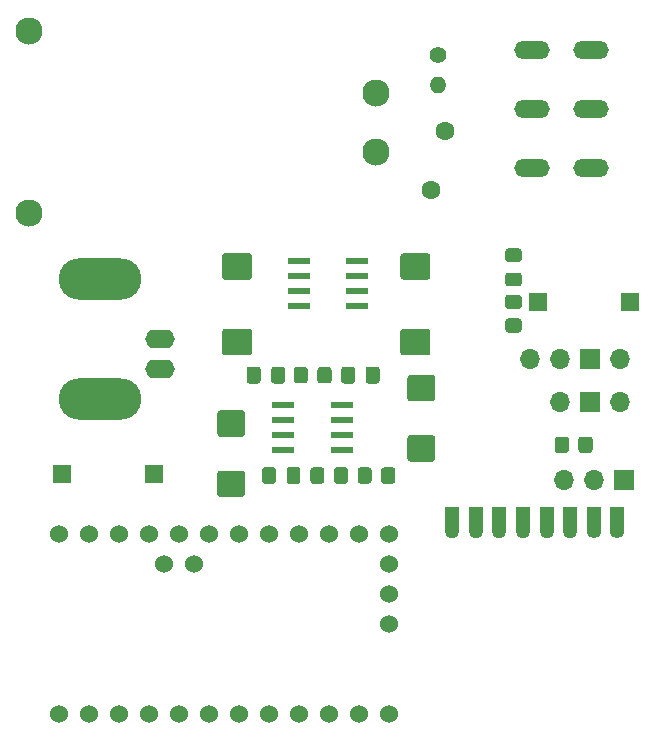
<source format=gbr>
%TF.GenerationSoftware,KiCad,Pcbnew,(5.1.9)-1*%
%TF.CreationDate,2021-04-25T03:29:38+02:00*%
%TF.ProjectId,HB-Uni-SEN-ORB,48422d55-6e69-42d5-9345-4e2d4f52422e,rev?*%
%TF.SameCoordinates,Original*%
%TF.FileFunction,Soldermask,Top*%
%TF.FilePolarity,Negative*%
%FSLAX46Y46*%
G04 Gerber Fmt 4.6, Leading zero omitted, Abs format (unit mm)*
G04 Created by KiCad (PCBNEW (5.1.9)-1) date 2021-04-25 03:29:38*
%MOMM*%
%LPD*%
G01*
G04 APERTURE LIST*
%ADD10O,1.700000X1.700000*%
%ADD11R,1.700000X1.700000*%
%ADD12R,1.500000X1.500000*%
%ADD13O,1.400000X1.400000*%
%ADD14C,1.400000*%
%ADD15C,1.600000*%
%ADD16C,1.524000*%
%ADD17O,1.270000X1.270000*%
%ADD18C,1.270000*%
%ADD19R,1.200000X2.000000*%
%ADD20R,1.970000X0.600000*%
%ADD21C,2.300000*%
%ADD22O,2.500000X1.600000*%
%ADD23O,7.000000X3.500000*%
%ADD24O,3.000000X1.500000*%
G04 APERTURE END LIST*
D10*
%TO.C,PH_SENS*%
X162330000Y-75400000D03*
D11*
X159790000Y-75400000D03*
D10*
X157250000Y-75400000D03*
%TD*%
D12*
%TO.C,Cal*%
X122900000Y-81500000D03*
X115100000Y-81500000D03*
%TD*%
D13*
%TO.C,R8*%
X146900000Y-48540000D03*
D14*
X146900000Y-46000000D03*
%TD*%
D15*
%TO.C,RV1*%
X147500000Y-52400000D03*
X146300000Y-57400000D03*
%TD*%
D12*
%TO.C,Config*%
X155400000Y-66900000D03*
X163200000Y-66900000D03*
%TD*%
D16*
%TO.C,U1*%
X114800000Y-101820000D03*
X117340000Y-101820000D03*
X119880000Y-101820000D03*
X122420000Y-101820000D03*
X124960000Y-101820000D03*
X127500000Y-101820000D03*
X130040000Y-101820000D03*
X132580000Y-101820000D03*
X135120000Y-101820000D03*
X137660000Y-101820000D03*
X140200000Y-101820000D03*
X142740000Y-101820000D03*
X142740000Y-86580000D03*
X140200000Y-86580000D03*
X137660000Y-86580000D03*
X135120000Y-86580000D03*
X132580000Y-86580000D03*
X130040000Y-86580000D03*
X127500000Y-86580000D03*
X124960000Y-86580000D03*
X122420000Y-86580000D03*
X119880000Y-86580000D03*
X117340000Y-86580000D03*
X114800000Y-86580000D03*
X126230000Y-89120000D03*
X123690000Y-89120000D03*
X142740000Y-89120000D03*
X142740000Y-91660000D03*
X142740000Y-94200000D03*
%TD*%
D17*
%TO.C,U2*%
X162100000Y-86300000D03*
X160100000Y-86300000D03*
D18*
X158100000Y-86300000D03*
X156100000Y-86300000D03*
X154100000Y-86300000D03*
X152100000Y-86300000D03*
X150100000Y-86300000D03*
X148100000Y-86300000D03*
D19*
X162100000Y-85300000D03*
X160100000Y-85300000D03*
X158100000Y-85300000D03*
X156100000Y-85300000D03*
X154100000Y-85300000D03*
X152100000Y-85300000D03*
X150100000Y-85300000D03*
X148100000Y-85300000D03*
%TD*%
D10*
%TO.C,LCD*%
X154680000Y-71700000D03*
X157220000Y-71700000D03*
D11*
X159760000Y-71700000D03*
D10*
X162300000Y-71700000D03*
%TD*%
D11*
%TO.C,DS18B20*%
X162700000Y-82000000D03*
D10*
X160160000Y-82000000D03*
X157620000Y-82000000D03*
%TD*%
%TO.C,R7*%
G36*
G01*
X158000000Y-78549999D02*
X158000000Y-79450001D01*
G75*
G02*
X157750001Y-79700000I-249999J0D01*
G01*
X157049999Y-79700000D01*
G75*
G02*
X156800000Y-79450001I0J249999D01*
G01*
X156800000Y-78549999D01*
G75*
G02*
X157049999Y-78300000I249999J0D01*
G01*
X157750001Y-78300000D01*
G75*
G02*
X158000000Y-78549999I0J-249999D01*
G01*
G37*
G36*
G01*
X160000000Y-78549999D02*
X160000000Y-79450001D01*
G75*
G02*
X159750001Y-79700000I-249999J0D01*
G01*
X159049999Y-79700000D01*
G75*
G02*
X158800000Y-79450001I0J249999D01*
G01*
X158800000Y-78549999D01*
G75*
G02*
X159049999Y-78300000I249999J0D01*
G01*
X159750001Y-78300000D01*
G75*
G02*
X160000000Y-78549999I0J-249999D01*
G01*
G37*
%TD*%
D20*
%TO.C,U3*%
X135130000Y-63395000D03*
X135130000Y-64665000D03*
X135130000Y-65935000D03*
X135130000Y-67205000D03*
X140070000Y-67205000D03*
X140070000Y-65935000D03*
X140070000Y-64665000D03*
X140070000Y-63395000D03*
%TD*%
%TO.C,C5*%
G36*
G01*
X144574999Y-78175000D02*
X146425001Y-78175000D01*
G75*
G02*
X146675000Y-78424999I0J-249999D01*
G01*
X146675000Y-80175001D01*
G75*
G02*
X146425001Y-80425000I-249999J0D01*
G01*
X144574999Y-80425000D01*
G75*
G02*
X144325000Y-80175001I0J249999D01*
G01*
X144325000Y-78424999D01*
G75*
G02*
X144574999Y-78175000I249999J0D01*
G01*
G37*
G36*
G01*
X144574999Y-73075000D02*
X146425001Y-73075000D01*
G75*
G02*
X146675000Y-73324999I0J-249999D01*
G01*
X146675000Y-75075001D01*
G75*
G02*
X146425001Y-75325000I-249999J0D01*
G01*
X144574999Y-75325000D01*
G75*
G02*
X144325000Y-75075001I0J249999D01*
G01*
X144325000Y-73324999D01*
G75*
G02*
X144574999Y-73075000I249999J0D01*
G01*
G37*
%TD*%
%TO.C,C7*%
G36*
G01*
X128474999Y-81175000D02*
X130325001Y-81175000D01*
G75*
G02*
X130575000Y-81424999I0J-249999D01*
G01*
X130575000Y-83175001D01*
G75*
G02*
X130325001Y-83425000I-249999J0D01*
G01*
X128474999Y-83425000D01*
G75*
G02*
X128225000Y-83175001I0J249999D01*
G01*
X128225000Y-81424999D01*
G75*
G02*
X128474999Y-81175000I249999J0D01*
G01*
G37*
G36*
G01*
X128474999Y-76075000D02*
X130325001Y-76075000D01*
G75*
G02*
X130575000Y-76324999I0J-249999D01*
G01*
X130575000Y-78075001D01*
G75*
G02*
X130325001Y-78325000I-249999J0D01*
G01*
X128474999Y-78325000D01*
G75*
G02*
X128225000Y-78075001I0J249999D01*
G01*
X128225000Y-76324999D01*
G75*
G02*
X128474999Y-76075000I249999J0D01*
G01*
G37*
%TD*%
%TO.C,C1*%
G36*
G01*
X128874999Y-69175000D02*
X130925001Y-69175000D01*
G75*
G02*
X131175000Y-69424999I0J-249999D01*
G01*
X131175000Y-71175001D01*
G75*
G02*
X130925001Y-71425000I-249999J0D01*
G01*
X128874999Y-71425000D01*
G75*
G02*
X128625000Y-71175001I0J249999D01*
G01*
X128625000Y-69424999D01*
G75*
G02*
X128874999Y-69175000I249999J0D01*
G01*
G37*
G36*
G01*
X128874999Y-62775000D02*
X130925001Y-62775000D01*
G75*
G02*
X131175000Y-63024999I0J-249999D01*
G01*
X131175000Y-64775001D01*
G75*
G02*
X130925001Y-65025000I-249999J0D01*
G01*
X128874999Y-65025000D01*
G75*
G02*
X128625000Y-64775001I0J249999D01*
G01*
X128625000Y-63024999D01*
G75*
G02*
X128874999Y-62775000I249999J0D01*
G01*
G37*
%TD*%
%TO.C,C2*%
G36*
G01*
X143974999Y-69175000D02*
X146025001Y-69175000D01*
G75*
G02*
X146275000Y-69424999I0J-249999D01*
G01*
X146275000Y-71175001D01*
G75*
G02*
X146025001Y-71425000I-249999J0D01*
G01*
X143974999Y-71425000D01*
G75*
G02*
X143725000Y-71175001I0J249999D01*
G01*
X143725000Y-69424999D01*
G75*
G02*
X143974999Y-69175000I249999J0D01*
G01*
G37*
G36*
G01*
X143974999Y-62775000D02*
X146025001Y-62775000D01*
G75*
G02*
X146275000Y-63024999I0J-249999D01*
G01*
X146275000Y-64775001D01*
G75*
G02*
X146025001Y-65025000I-249999J0D01*
G01*
X143974999Y-65025000D01*
G75*
G02*
X143725000Y-64775001I0J249999D01*
G01*
X143725000Y-63024999D01*
G75*
G02*
X143974999Y-62775000I249999J0D01*
G01*
G37*
%TD*%
%TO.C,U4*%
X133830000Y-75595000D03*
X133830000Y-76865000D03*
X133830000Y-78135000D03*
X133830000Y-79405000D03*
X138770000Y-79405000D03*
X138770000Y-78135000D03*
X138770000Y-76865000D03*
X138770000Y-75595000D03*
%TD*%
%TO.C,R4*%
G36*
G01*
X152849999Y-68300000D02*
X153750001Y-68300000D01*
G75*
G02*
X154000000Y-68549999I0J-249999D01*
G01*
X154000000Y-69250001D01*
G75*
G02*
X153750001Y-69500000I-249999J0D01*
G01*
X152849999Y-69500000D01*
G75*
G02*
X152600000Y-69250001I0J249999D01*
G01*
X152600000Y-68549999D01*
G75*
G02*
X152849999Y-68300000I249999J0D01*
G01*
G37*
G36*
G01*
X152849999Y-66300000D02*
X153750001Y-66300000D01*
G75*
G02*
X154000000Y-66549999I0J-249999D01*
G01*
X154000000Y-67250001D01*
G75*
G02*
X153750001Y-67500000I-249999J0D01*
G01*
X152849999Y-67500000D01*
G75*
G02*
X152600000Y-67250001I0J249999D01*
G01*
X152600000Y-66549999D01*
G75*
G02*
X152849999Y-66300000I249999J0D01*
G01*
G37*
%TD*%
%TO.C,R3*%
G36*
G01*
X137300000Y-81149999D02*
X137300000Y-82050001D01*
G75*
G02*
X137050001Y-82300000I-249999J0D01*
G01*
X136349999Y-82300000D01*
G75*
G02*
X136100000Y-82050001I0J249999D01*
G01*
X136100000Y-81149999D01*
G75*
G02*
X136349999Y-80900000I249999J0D01*
G01*
X137050001Y-80900000D01*
G75*
G02*
X137300000Y-81149999I0J-249999D01*
G01*
G37*
G36*
G01*
X139300000Y-81149999D02*
X139300000Y-82050001D01*
G75*
G02*
X139050001Y-82300000I-249999J0D01*
G01*
X138349999Y-82300000D01*
G75*
G02*
X138100000Y-82050001I0J249999D01*
G01*
X138100000Y-81149999D01*
G75*
G02*
X138349999Y-80900000I249999J0D01*
G01*
X139050001Y-80900000D01*
G75*
G02*
X139300000Y-81149999I0J-249999D01*
G01*
G37*
%TD*%
%TO.C,R2*%
G36*
G01*
X142100000Y-82050001D02*
X142100000Y-81149999D01*
G75*
G02*
X142349999Y-80900000I249999J0D01*
G01*
X143050001Y-80900000D01*
G75*
G02*
X143300000Y-81149999I0J-249999D01*
G01*
X143300000Y-82050001D01*
G75*
G02*
X143050001Y-82300000I-249999J0D01*
G01*
X142349999Y-82300000D01*
G75*
G02*
X142100000Y-82050001I0J249999D01*
G01*
G37*
G36*
G01*
X140100000Y-82050001D02*
X140100000Y-81149999D01*
G75*
G02*
X140349999Y-80900000I249999J0D01*
G01*
X141050001Y-80900000D01*
G75*
G02*
X141300000Y-81149999I0J-249999D01*
G01*
X141300000Y-82050001D01*
G75*
G02*
X141050001Y-82300000I-249999J0D01*
G01*
X140349999Y-82300000D01*
G75*
G02*
X140100000Y-82050001I0J249999D01*
G01*
G37*
%TD*%
%TO.C,R1*%
G36*
G01*
X135900000Y-72649999D02*
X135900000Y-73550001D01*
G75*
G02*
X135650001Y-73800000I-249999J0D01*
G01*
X134949999Y-73800000D01*
G75*
G02*
X134700000Y-73550001I0J249999D01*
G01*
X134700000Y-72649999D01*
G75*
G02*
X134949999Y-72400000I249999J0D01*
G01*
X135650001Y-72400000D01*
G75*
G02*
X135900000Y-72649999I0J-249999D01*
G01*
G37*
G36*
G01*
X137900000Y-72649999D02*
X137900000Y-73550001D01*
G75*
G02*
X137650001Y-73800000I-249999J0D01*
G01*
X136949999Y-73800000D01*
G75*
G02*
X136700000Y-73550001I0J249999D01*
G01*
X136700000Y-72649999D01*
G75*
G02*
X136949999Y-72400000I249999J0D01*
G01*
X137650001Y-72400000D01*
G75*
G02*
X137900000Y-72649999I0J-249999D01*
G01*
G37*
%TD*%
D21*
%TO.C,PS1*%
X112300000Y-44000000D03*
X141700000Y-49200000D03*
X141700000Y-54200000D03*
X112300000Y-59400000D03*
%TD*%
D22*
%TO.C,J2*%
X123400000Y-72540000D03*
X123400000Y-70000000D03*
D23*
X118320000Y-64920000D03*
X118320000Y-75080000D03*
%TD*%
D24*
%TO.C,WAGO236-403*%
X159900000Y-45600000D03*
X154900000Y-45600000D03*
X159900000Y-50600000D03*
X154900000Y-50600000D03*
X159900000Y-55600000D03*
X154900000Y-55600000D03*
%TD*%
%TO.C,D1*%
G36*
G01*
X152849999Y-64425000D02*
X153750001Y-64425000D01*
G75*
G02*
X154000000Y-64674999I0J-249999D01*
G01*
X154000000Y-65325001D01*
G75*
G02*
X153750001Y-65575000I-249999J0D01*
G01*
X152849999Y-65575000D01*
G75*
G02*
X152600000Y-65325001I0J249999D01*
G01*
X152600000Y-64674999D01*
G75*
G02*
X152849999Y-64425000I249999J0D01*
G01*
G37*
G36*
G01*
X152849999Y-62375000D02*
X153750001Y-62375000D01*
G75*
G02*
X154000000Y-62624999I0J-249999D01*
G01*
X154000000Y-63275001D01*
G75*
G02*
X153750001Y-63525000I-249999J0D01*
G01*
X152849999Y-63525000D01*
G75*
G02*
X152600000Y-63275001I0J249999D01*
G01*
X152600000Y-62624999D01*
G75*
G02*
X152849999Y-62375000I249999J0D01*
G01*
G37*
%TD*%
%TO.C,C6*%
G36*
G01*
X132787500Y-73575000D02*
X132787500Y-72625000D01*
G75*
G02*
X133037500Y-72375000I250000J0D01*
G01*
X133712500Y-72375000D01*
G75*
G02*
X133962500Y-72625000I0J-250000D01*
G01*
X133962500Y-73575000D01*
G75*
G02*
X133712500Y-73825000I-250000J0D01*
G01*
X133037500Y-73825000D01*
G75*
G02*
X132787500Y-73575000I0J250000D01*
G01*
G37*
G36*
G01*
X130712500Y-73575000D02*
X130712500Y-72625000D01*
G75*
G02*
X130962500Y-72375000I250000J0D01*
G01*
X131637500Y-72375000D01*
G75*
G02*
X131887500Y-72625000I0J-250000D01*
G01*
X131887500Y-73575000D01*
G75*
G02*
X131637500Y-73825000I-250000J0D01*
G01*
X130962500Y-73825000D01*
G75*
G02*
X130712500Y-73575000I0J250000D01*
G01*
G37*
%TD*%
%TO.C,C4*%
G36*
G01*
X133187500Y-81125000D02*
X133187500Y-82075000D01*
G75*
G02*
X132937500Y-82325000I-250000J0D01*
G01*
X132262500Y-82325000D01*
G75*
G02*
X132012500Y-82075000I0J250000D01*
G01*
X132012500Y-81125000D01*
G75*
G02*
X132262500Y-80875000I250000J0D01*
G01*
X132937500Y-80875000D01*
G75*
G02*
X133187500Y-81125000I0J-250000D01*
G01*
G37*
G36*
G01*
X135262500Y-81125000D02*
X135262500Y-82075000D01*
G75*
G02*
X135012500Y-82325000I-250000J0D01*
G01*
X134337500Y-82325000D01*
G75*
G02*
X134087500Y-82075000I0J250000D01*
G01*
X134087500Y-81125000D01*
G75*
G02*
X134337500Y-80875000I250000J0D01*
G01*
X135012500Y-80875000D01*
G75*
G02*
X135262500Y-81125000I0J-250000D01*
G01*
G37*
%TD*%
%TO.C,C3*%
G36*
G01*
X140787500Y-73575000D02*
X140787500Y-72625000D01*
G75*
G02*
X141037500Y-72375000I250000J0D01*
G01*
X141712500Y-72375000D01*
G75*
G02*
X141962500Y-72625000I0J-250000D01*
G01*
X141962500Y-73575000D01*
G75*
G02*
X141712500Y-73825000I-250000J0D01*
G01*
X141037500Y-73825000D01*
G75*
G02*
X140787500Y-73575000I0J250000D01*
G01*
G37*
G36*
G01*
X138712500Y-73575000D02*
X138712500Y-72625000D01*
G75*
G02*
X138962500Y-72375000I250000J0D01*
G01*
X139637500Y-72375000D01*
G75*
G02*
X139887500Y-72625000I0J-250000D01*
G01*
X139887500Y-73575000D01*
G75*
G02*
X139637500Y-73825000I-250000J0D01*
G01*
X138962500Y-73825000D01*
G75*
G02*
X138712500Y-73575000I0J250000D01*
G01*
G37*
%TD*%
M02*

</source>
